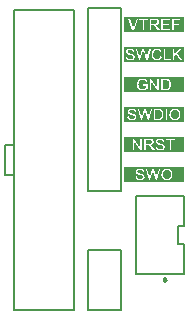
<source format=gto>
G04 Layer_Color=65535*
%FSLAX25Y25*%
%MOIN*%
G70*
G01*
G75*
%ADD10C,0.01000*%
%ADD21C,0.00600*%
G36*
X51500Y-52500D02*
X31500D01*
Y-47500D01*
X51500D01*
Y-52500D01*
D02*
G37*
G36*
Y-32500D02*
X31500D01*
Y-27500D01*
X51500D01*
Y-32500D01*
D02*
G37*
G36*
Y-22500D02*
X31500D01*
Y-17500D01*
X51500D01*
Y-22500D01*
D02*
G37*
G36*
Y-2500D02*
X31500D01*
Y2500D01*
X51500D01*
Y-2500D01*
D02*
G37*
G36*
Y-42500D02*
X31500D01*
Y-37500D01*
X51500D01*
Y-42500D01*
D02*
G37*
G36*
Y-12500D02*
X31500D01*
Y-7500D01*
X51500D01*
Y-12500D01*
D02*
G37*
%LPC*%
G36*
X36896Y-48013D02*
X36824D01*
X36680Y-48019D01*
X36552Y-48035D01*
X36430Y-48057D01*
X36325Y-48080D01*
X36241Y-48102D01*
X36202Y-48113D01*
X36175Y-48124D01*
X36153Y-48135D01*
X36136Y-48141D01*
X36125Y-48146D01*
X36119D01*
X36008Y-48202D01*
X35908Y-48263D01*
X35825Y-48329D01*
X35759Y-48390D01*
X35709Y-48446D01*
X35670Y-48490D01*
X35642Y-48524D01*
X35636Y-48529D01*
Y-48535D01*
X35581Y-48629D01*
X35542Y-48724D01*
X35514Y-48818D01*
X35498Y-48901D01*
X35487Y-48973D01*
X35476Y-49029D01*
Y-49051D01*
Y-49068D01*
Y-49073D01*
Y-49079D01*
X35481Y-49173D01*
X35498Y-49262D01*
X35520Y-49345D01*
X35542Y-49417D01*
X35564Y-49473D01*
X35587Y-49517D01*
X35603Y-49545D01*
X35609Y-49556D01*
X35664Y-49634D01*
X35731Y-49706D01*
X35797Y-49767D01*
X35864Y-49817D01*
X35919Y-49861D01*
X35969Y-49889D01*
X36003Y-49911D01*
X36008Y-49917D01*
X36014D01*
X36058Y-49939D01*
X36108Y-49961D01*
X36219Y-50000D01*
X36347Y-50039D01*
X36469Y-50078D01*
X36580Y-50111D01*
X36630Y-50122D01*
X36674Y-50133D01*
X36708Y-50144D01*
X36735Y-50150D01*
X36752Y-50155D01*
X36757D01*
X36852Y-50178D01*
X36941Y-50200D01*
X37018Y-50222D01*
X37085Y-50239D01*
X37152Y-50255D01*
X37207Y-50272D01*
X37257Y-50283D01*
X37296Y-50300D01*
X37335Y-50311D01*
X37363Y-50316D01*
X37407Y-50333D01*
X37435Y-50339D01*
X37440Y-50344D01*
X37523Y-50377D01*
X37596Y-50416D01*
X37657Y-50455D01*
X37701Y-50488D01*
X37740Y-50522D01*
X37762Y-50544D01*
X37779Y-50561D01*
X37784Y-50566D01*
X37823Y-50616D01*
X37851Y-50672D01*
X37868Y-50727D01*
X37884Y-50771D01*
X37890Y-50816D01*
X37895Y-50849D01*
Y-50877D01*
Y-50883D01*
X37890Y-50949D01*
X37879Y-51010D01*
X37862Y-51066D01*
X37840Y-51110D01*
X37818Y-51154D01*
X37801Y-51182D01*
X37790Y-51204D01*
X37784Y-51210D01*
X37740Y-51265D01*
X37684Y-51310D01*
X37629Y-51349D01*
X37579Y-51388D01*
X37529Y-51410D01*
X37490Y-51432D01*
X37462Y-51443D01*
X37451Y-51449D01*
X37368Y-51476D01*
X37279Y-51499D01*
X37190Y-51510D01*
X37113Y-51521D01*
X37046Y-51526D01*
X36991Y-51532D01*
X36941D01*
X36819Y-51526D01*
X36708Y-51515D01*
X36608Y-51499D01*
X36519Y-51476D01*
X36447Y-51454D01*
X36391Y-51437D01*
X36375Y-51432D01*
X36358Y-51426D01*
X36352Y-51421D01*
X36347D01*
X36258Y-51376D01*
X36175Y-51326D01*
X36114Y-51276D01*
X36058Y-51227D01*
X36014Y-51188D01*
X35986Y-51149D01*
X35969Y-51127D01*
X35964Y-51121D01*
X35925Y-51049D01*
X35886Y-50971D01*
X35864Y-50888D01*
X35842Y-50816D01*
X35825Y-50744D01*
X35814Y-50694D01*
Y-50672D01*
X35809Y-50655D01*
Y-50649D01*
Y-50644D01*
X35331Y-50688D01*
X35342Y-50827D01*
X35364Y-50960D01*
X35398Y-51077D01*
X35437Y-51182D01*
X35476Y-51265D01*
X35492Y-51299D01*
X35503Y-51326D01*
X35520Y-51349D01*
X35525Y-51365D01*
X35537Y-51376D01*
Y-51382D01*
X35620Y-51487D01*
X35709Y-51582D01*
X35803Y-51660D01*
X35892Y-51726D01*
X35969Y-51776D01*
X36036Y-51809D01*
X36058Y-51820D01*
X36075Y-51832D01*
X36086Y-51837D01*
X36092D01*
X36230Y-51887D01*
X36375Y-51926D01*
X36519Y-51948D01*
X36658Y-51970D01*
X36724Y-51976D01*
X36780Y-51981D01*
X36830D01*
X36874Y-51987D01*
X36963D01*
X37113Y-51981D01*
X37251Y-51965D01*
X37379Y-51937D01*
X37485Y-51909D01*
X37573Y-51887D01*
X37612Y-51870D01*
X37646Y-51859D01*
X37668Y-51848D01*
X37684Y-51843D01*
X37696Y-51837D01*
X37701D01*
X37818Y-51776D01*
X37918Y-51709D01*
X38006Y-51637D01*
X38078Y-51571D01*
X38134Y-51515D01*
X38173Y-51465D01*
X38201Y-51432D01*
X38206Y-51426D01*
Y-51421D01*
X38267Y-51315D01*
X38311Y-51215D01*
X38339Y-51121D01*
X38361Y-51032D01*
X38373Y-50955D01*
X38384Y-50893D01*
Y-50871D01*
Y-50855D01*
Y-50849D01*
Y-50844D01*
X38378Y-50733D01*
X38361Y-50627D01*
X38334Y-50533D01*
X38306Y-50455D01*
X38273Y-50388D01*
X38250Y-50339D01*
X38228Y-50311D01*
X38223Y-50300D01*
X38156Y-50216D01*
X38078Y-50139D01*
X37995Y-50072D01*
X37912Y-50011D01*
X37840Y-49967D01*
X37779Y-49933D01*
X37756Y-49922D01*
X37740Y-49911D01*
X37729Y-49906D01*
X37723D01*
X37679Y-49883D01*
X37623Y-49867D01*
X37562Y-49845D01*
X37496Y-49822D01*
X37357Y-49784D01*
X37213Y-49745D01*
X37146Y-49728D01*
X37085Y-49711D01*
X37024Y-49695D01*
X36974Y-49684D01*
X36935Y-49673D01*
X36902Y-49667D01*
X36880Y-49661D01*
X36874D01*
X36763Y-49634D01*
X36663Y-49611D01*
X36574Y-49584D01*
X36497Y-49562D01*
X36424Y-49534D01*
X36364Y-49512D01*
X36308Y-49489D01*
X36258Y-49473D01*
X36219Y-49450D01*
X36186Y-49434D01*
X36164Y-49423D01*
X36141Y-49406D01*
X36114Y-49389D01*
X36108Y-49384D01*
X36058Y-49328D01*
X36025Y-49273D01*
X35997Y-49218D01*
X35980Y-49162D01*
X35969Y-49117D01*
X35964Y-49079D01*
Y-49057D01*
Y-49045D01*
X35975Y-48957D01*
X35997Y-48879D01*
X36031Y-48812D01*
X36069Y-48751D01*
X36103Y-48707D01*
X36136Y-48668D01*
X36158Y-48646D01*
X36169Y-48640D01*
X36214Y-48612D01*
X36258Y-48585D01*
X36364Y-48540D01*
X36474Y-48513D01*
X36586Y-48490D01*
X36685Y-48479D01*
X36730Y-48474D01*
X36763Y-48468D01*
X36841D01*
X36996Y-48474D01*
X37135Y-48496D01*
X37246Y-48529D01*
X37340Y-48562D01*
X37412Y-48596D01*
X37468Y-48629D01*
X37496Y-48651D01*
X37507Y-48657D01*
X37584Y-48735D01*
X37646Y-48818D01*
X37696Y-48907D01*
X37729Y-48995D01*
X37751Y-49079D01*
X37768Y-49140D01*
X37773Y-49167D01*
X37779Y-49184D01*
Y-49195D01*
Y-49201D01*
X38267Y-49162D01*
X38256Y-49040D01*
X38228Y-48929D01*
X38201Y-48823D01*
X38162Y-48735D01*
X38128Y-48662D01*
X38101Y-48607D01*
X38089Y-48590D01*
X38078Y-48574D01*
X38073Y-48568D01*
Y-48562D01*
X38001Y-48468D01*
X37923Y-48385D01*
X37840Y-48313D01*
X37756Y-48257D01*
X37684Y-48207D01*
X37629Y-48180D01*
X37607Y-48169D01*
X37590Y-48157D01*
X37579Y-48152D01*
X37573D01*
X37451Y-48107D01*
X37318Y-48074D01*
X37196Y-48046D01*
X37079Y-48030D01*
X36974Y-48019D01*
X36935D01*
X36896Y-48013D01*
D02*
G37*
G36*
X43673Y-48080D02*
X43157D01*
X42557Y-50550D01*
X42513Y-50722D01*
X42480Y-50877D01*
X42446Y-51021D01*
X42419Y-51143D01*
X42402Y-51199D01*
X42396Y-51249D01*
X42385Y-51288D01*
X42380Y-51321D01*
X42369Y-51349D01*
Y-51371D01*
X42363Y-51382D01*
Y-51388D01*
X42324Y-51143D01*
X42274Y-50905D01*
X42224Y-50677D01*
X42202Y-50572D01*
X42174Y-50466D01*
X42152Y-50372D01*
X42130Y-50289D01*
X42108Y-50216D01*
X42091Y-50150D01*
X42080Y-50100D01*
X42069Y-50061D01*
X42058Y-50033D01*
Y-50028D01*
X41514Y-48080D01*
X40898D01*
X40171Y-50677D01*
X40165Y-50699D01*
X40154Y-50733D01*
X40143Y-50777D01*
X40132Y-50827D01*
X40115Y-50883D01*
X40104Y-50943D01*
X40071Y-51066D01*
X40043Y-51188D01*
X40027Y-51243D01*
X40015Y-51288D01*
X40010Y-51332D01*
X39999Y-51360D01*
X39993Y-51382D01*
Y-51388D01*
X39965Y-51243D01*
X39938Y-51099D01*
X39910Y-50966D01*
X39882Y-50849D01*
X39871Y-50794D01*
X39860Y-50744D01*
X39849Y-50705D01*
X39843Y-50666D01*
X39838Y-50638D01*
X39832Y-50616D01*
X39827Y-50605D01*
Y-50599D01*
X39255Y-48080D01*
X38728D01*
X39732Y-51920D01*
X40265D01*
X41075Y-48995D01*
X41098Y-48923D01*
X41114Y-48846D01*
X41137Y-48768D01*
X41153Y-48701D01*
X41170Y-48640D01*
X41181Y-48590D01*
X41186Y-48557D01*
X41192Y-48551D01*
Y-48546D01*
X41197Y-48562D01*
X41203Y-48590D01*
X41220Y-48651D01*
X41242Y-48724D01*
X41264Y-48801D01*
X41281Y-48873D01*
X41297Y-48934D01*
X41303Y-48962D01*
X41309Y-48979D01*
X41314Y-48990D01*
Y-48995D01*
X42119Y-51920D01*
X42618D01*
X43673Y-48080D01*
D02*
G37*
G36*
X45882Y-48013D02*
X45832D01*
X45682Y-48019D01*
X45543Y-48035D01*
X45410Y-48063D01*
X45282Y-48096D01*
X45166Y-48141D01*
X45055Y-48185D01*
X44955Y-48235D01*
X44866Y-48285D01*
X44783Y-48335D01*
X44711Y-48385D01*
X44650Y-48429D01*
X44600Y-48474D01*
X44561Y-48507D01*
X44528Y-48535D01*
X44511Y-48551D01*
X44505Y-48557D01*
X44416Y-48662D01*
X44339Y-48774D01*
X44267Y-48895D01*
X44211Y-49018D01*
X44161Y-49145D01*
X44117Y-49267D01*
X44083Y-49389D01*
X44061Y-49506D01*
X44039Y-49617D01*
X44023Y-49722D01*
X44011Y-49817D01*
X44000Y-49894D01*
Y-49961D01*
X43995Y-50011D01*
Y-50044D01*
Y-50050D01*
Y-50055D01*
X44006Y-50244D01*
X44028Y-50416D01*
X44061Y-50583D01*
X44083Y-50655D01*
X44106Y-50727D01*
X44122Y-50788D01*
X44145Y-50844D01*
X44161Y-50893D01*
X44178Y-50938D01*
X44189Y-50971D01*
X44200Y-50994D01*
X44211Y-51010D01*
Y-51016D01*
X44306Y-51177D01*
X44405Y-51315D01*
X44516Y-51437D01*
X44622Y-51537D01*
X44716Y-51621D01*
X44755Y-51654D01*
X44788Y-51676D01*
X44822Y-51698D01*
X44844Y-51715D01*
X44855Y-51720D01*
X44861Y-51726D01*
X44944Y-51771D01*
X45027Y-51809D01*
X45193Y-51876D01*
X45355Y-51920D01*
X45504Y-51954D01*
X45577Y-51965D01*
X45638Y-51970D01*
X45693Y-51981D01*
X45743D01*
X45776Y-51987D01*
X45832D01*
X46015Y-51976D01*
X46187Y-51948D01*
X46348Y-51915D01*
X46420Y-51893D01*
X46487Y-51870D01*
X46548Y-51848D01*
X46603Y-51826D01*
X46648Y-51809D01*
X46687Y-51793D01*
X46720Y-51776D01*
X46747Y-51765D01*
X46759Y-51754D01*
X46764D01*
X46920Y-51654D01*
X47053Y-51543D01*
X47164Y-51426D01*
X47258Y-51315D01*
X47336Y-51210D01*
X47364Y-51171D01*
X47386Y-51132D01*
X47408Y-51099D01*
X47419Y-51077D01*
X47430Y-51060D01*
Y-51055D01*
X47475Y-50966D01*
X47508Y-50877D01*
X47569Y-50699D01*
X47613Y-50522D01*
X47641Y-50361D01*
X47647Y-50289D01*
X47658Y-50222D01*
X47663Y-50161D01*
Y-50111D01*
X47669Y-50067D01*
Y-50039D01*
Y-50017D01*
Y-50011D01*
X47658Y-49800D01*
X47635Y-49606D01*
X47619Y-49517D01*
X47597Y-49428D01*
X47574Y-49351D01*
X47558Y-49279D01*
X47536Y-49212D01*
X47513Y-49151D01*
X47497Y-49101D01*
X47475Y-49057D01*
X47464Y-49023D01*
X47452Y-49001D01*
X47441Y-48984D01*
Y-48979D01*
X47352Y-48818D01*
X47247Y-48674D01*
X47136Y-48551D01*
X47036Y-48452D01*
X46942Y-48374D01*
X46897Y-48341D01*
X46864Y-48313D01*
X46831Y-48296D01*
X46809Y-48280D01*
X46797Y-48274D01*
X46792Y-48268D01*
X46709Y-48224D01*
X46625Y-48185D01*
X46464Y-48118D01*
X46298Y-48074D01*
X46154Y-48046D01*
X46087Y-48035D01*
X46020Y-48024D01*
X45970Y-48019D01*
X45921D01*
X45882Y-48013D01*
D02*
G37*
%LPD*%
G36*
X45970Y-48457D02*
X46104Y-48479D01*
X46220Y-48513D01*
X46320Y-48546D01*
X46403Y-48585D01*
X46437Y-48601D01*
X46464Y-48612D01*
X46492Y-48629D01*
X46509Y-48635D01*
X46514Y-48646D01*
X46520D01*
X46625Y-48724D01*
X46720Y-48812D01*
X46803Y-48901D01*
X46870Y-48990D01*
X46920Y-49068D01*
X46958Y-49134D01*
X46970Y-49156D01*
X46981Y-49173D01*
X46986Y-49184D01*
Y-49190D01*
X47042Y-49323D01*
X47080Y-49467D01*
X47108Y-49600D01*
X47125Y-49728D01*
X47136Y-49789D01*
X47142Y-49839D01*
Y-49889D01*
X47147Y-49928D01*
Y-49961D01*
Y-49983D01*
Y-50000D01*
Y-50006D01*
X47142Y-50139D01*
X47131Y-50266D01*
X47114Y-50388D01*
X47092Y-50499D01*
X47058Y-50599D01*
X47031Y-50694D01*
X46997Y-50783D01*
X46964Y-50860D01*
X46925Y-50927D01*
X46892Y-50988D01*
X46864Y-51038D01*
X46836Y-51077D01*
X46809Y-51110D01*
X46792Y-51138D01*
X46781Y-51149D01*
X46775Y-51154D01*
X46703Y-51227D01*
X46625Y-51288D01*
X46548Y-51337D01*
X46470Y-51388D01*
X46392Y-51426D01*
X46309Y-51454D01*
X46237Y-51482D01*
X46159Y-51504D01*
X46093Y-51521D01*
X46026Y-51532D01*
X45970Y-51543D01*
X45921Y-51548D01*
X45882D01*
X45854Y-51554D01*
X45826D01*
X45721Y-51548D01*
X45621Y-51537D01*
X45532Y-51515D01*
X45443Y-51493D01*
X45360Y-51460D01*
X45282Y-51426D01*
X45210Y-51393D01*
X45144Y-51354D01*
X45088Y-51315D01*
X45038Y-51282D01*
X44994Y-51249D01*
X44955Y-51215D01*
X44927Y-51193D01*
X44905Y-51171D01*
X44894Y-51160D01*
X44888Y-51154D01*
X44822Y-51077D01*
X44766Y-50994D01*
X44716Y-50905D01*
X44672Y-50816D01*
X44638Y-50722D01*
X44605Y-50633D01*
X44561Y-50455D01*
X44550Y-50377D01*
X44539Y-50300D01*
X44528Y-50233D01*
X44522Y-50178D01*
X44516Y-50128D01*
Y-50089D01*
Y-50067D01*
Y-50061D01*
X44522Y-49906D01*
X44533Y-49761D01*
X44550Y-49623D01*
X44578Y-49501D01*
X44605Y-49389D01*
X44638Y-49290D01*
X44677Y-49195D01*
X44711Y-49117D01*
X44750Y-49045D01*
X44783Y-48984D01*
X44816Y-48934D01*
X44844Y-48895D01*
X44872Y-48862D01*
X44888Y-48840D01*
X44899Y-48829D01*
X44905Y-48823D01*
X44977Y-48757D01*
X45055Y-48701D01*
X45132Y-48651D01*
X45216Y-48607D01*
X45293Y-48574D01*
X45371Y-48540D01*
X45515Y-48496D01*
X45582Y-48485D01*
X45643Y-48474D01*
X45693Y-48463D01*
X45743Y-48457D01*
X45782Y-48452D01*
X45832D01*
X45970Y-48457D01*
D02*
G37*
%LPC*%
G36*
X34213Y-28013D02*
X34141D01*
X33996Y-28019D01*
X33869Y-28035D01*
X33747Y-28058D01*
X33641Y-28080D01*
X33558Y-28102D01*
X33519Y-28113D01*
X33491Y-28124D01*
X33469Y-28135D01*
X33452Y-28141D01*
X33441Y-28146D01*
X33436D01*
X33325Y-28202D01*
X33225Y-28263D01*
X33142Y-28330D01*
X33075Y-28390D01*
X33025Y-28446D01*
X32986Y-28490D01*
X32959Y-28524D01*
X32953Y-28529D01*
Y-28535D01*
X32897Y-28629D01*
X32859Y-28723D01*
X32831Y-28818D01*
X32814Y-28901D01*
X32803Y-28973D01*
X32792Y-29029D01*
Y-29051D01*
Y-29068D01*
Y-29073D01*
Y-29079D01*
X32798Y-29173D01*
X32814Y-29262D01*
X32836Y-29345D01*
X32859Y-29417D01*
X32881Y-29473D01*
X32903Y-29517D01*
X32920Y-29545D01*
X32925Y-29556D01*
X32981Y-29634D01*
X33047Y-29706D01*
X33114Y-29767D01*
X33180Y-29817D01*
X33236Y-29861D01*
X33286Y-29889D01*
X33319Y-29911D01*
X33325Y-29917D01*
X33330D01*
X33375Y-29939D01*
X33425Y-29961D01*
X33536Y-30000D01*
X33663Y-30039D01*
X33786Y-30078D01*
X33896Y-30111D01*
X33946Y-30122D01*
X33991Y-30133D01*
X34024Y-30144D01*
X34052Y-30150D01*
X34069Y-30155D01*
X34074D01*
X34168Y-30178D01*
X34257Y-30200D01*
X34335Y-30222D01*
X34402Y-30239D01*
X34468Y-30255D01*
X34524Y-30272D01*
X34574Y-30283D01*
X34613Y-30300D01*
X34651Y-30311D01*
X34679Y-30316D01*
X34723Y-30333D01*
X34751Y-30338D01*
X34757Y-30344D01*
X34840Y-30377D01*
X34912Y-30416D01*
X34973Y-30455D01*
X35018Y-30488D01*
X35056Y-30522D01*
X35079Y-30544D01*
X35095Y-30561D01*
X35101Y-30566D01*
X35140Y-30616D01*
X35168Y-30672D01*
X35184Y-30727D01*
X35201Y-30771D01*
X35206Y-30816D01*
X35212Y-30849D01*
Y-30877D01*
Y-30882D01*
X35206Y-30949D01*
X35195Y-31010D01*
X35179Y-31066D01*
X35156Y-31110D01*
X35134Y-31154D01*
X35118Y-31182D01*
X35106Y-31204D01*
X35101Y-31210D01*
X35056Y-31265D01*
X35001Y-31310D01*
X34945Y-31349D01*
X34896Y-31387D01*
X34846Y-31410D01*
X34807Y-31432D01*
X34779Y-31443D01*
X34768Y-31449D01*
X34685Y-31476D01*
X34596Y-31499D01*
X34507Y-31510D01*
X34429Y-31521D01*
X34363Y-31526D01*
X34307Y-31532D01*
X34257D01*
X34135Y-31526D01*
X34024Y-31515D01*
X33924Y-31499D01*
X33835Y-31476D01*
X33763Y-31454D01*
X33708Y-31438D01*
X33691Y-31432D01*
X33674Y-31426D01*
X33669Y-31421D01*
X33663D01*
X33575Y-31376D01*
X33491Y-31326D01*
X33430Y-31277D01*
X33375Y-31227D01*
X33330Y-31188D01*
X33303Y-31149D01*
X33286Y-31127D01*
X33281Y-31121D01*
X33242Y-31049D01*
X33203Y-30971D01*
X33180Y-30888D01*
X33158Y-30816D01*
X33142Y-30744D01*
X33131Y-30694D01*
Y-30672D01*
X33125Y-30655D01*
Y-30649D01*
Y-30644D01*
X32648Y-30688D01*
X32659Y-30827D01*
X32681Y-30960D01*
X32714Y-31077D01*
X32753Y-31182D01*
X32792Y-31265D01*
X32809Y-31299D01*
X32820Y-31326D01*
X32836Y-31349D01*
X32842Y-31365D01*
X32853Y-31376D01*
Y-31382D01*
X32936Y-31487D01*
X33025Y-31582D01*
X33119Y-31659D01*
X33208Y-31726D01*
X33286Y-31776D01*
X33353Y-31809D01*
X33375Y-31820D01*
X33391Y-31831D01*
X33403Y-31837D01*
X33408D01*
X33547Y-31887D01*
X33691Y-31926D01*
X33835Y-31948D01*
X33974Y-31970D01*
X34041Y-31976D01*
X34096Y-31981D01*
X34146D01*
X34191Y-31987D01*
X34280D01*
X34429Y-31981D01*
X34568Y-31965D01*
X34696Y-31937D01*
X34801Y-31909D01*
X34890Y-31887D01*
X34929Y-31870D01*
X34962Y-31859D01*
X34984Y-31848D01*
X35001Y-31843D01*
X35012Y-31837D01*
X35018D01*
X35134Y-31776D01*
X35234Y-31709D01*
X35323Y-31637D01*
X35395Y-31571D01*
X35451Y-31515D01*
X35489Y-31465D01*
X35517Y-31432D01*
X35523Y-31426D01*
Y-31421D01*
X35584Y-31315D01*
X35628Y-31215D01*
X35656Y-31121D01*
X35678Y-31032D01*
X35689Y-30955D01*
X35700Y-30893D01*
Y-30871D01*
Y-30855D01*
Y-30849D01*
Y-30844D01*
X35695Y-30733D01*
X35678Y-30627D01*
X35650Y-30533D01*
X35623Y-30455D01*
X35589Y-30389D01*
X35567Y-30338D01*
X35545Y-30311D01*
X35539Y-30300D01*
X35473Y-30216D01*
X35395Y-30139D01*
X35312Y-30072D01*
X35228Y-30011D01*
X35156Y-29967D01*
X35095Y-29933D01*
X35073Y-29922D01*
X35056Y-29911D01*
X35045Y-29906D01*
X35040D01*
X34995Y-29883D01*
X34940Y-29867D01*
X34879Y-29845D01*
X34812Y-29822D01*
X34674Y-29784D01*
X34529Y-29745D01*
X34463Y-29728D01*
X34402Y-29711D01*
X34341Y-29695D01*
X34291Y-29684D01*
X34252Y-29673D01*
X34218Y-29667D01*
X34196Y-29662D01*
X34191D01*
X34080Y-29634D01*
X33980Y-29612D01*
X33891Y-29584D01*
X33813Y-29561D01*
X33741Y-29534D01*
X33680Y-29512D01*
X33625Y-29489D01*
X33575Y-29473D01*
X33536Y-29451D01*
X33502Y-29434D01*
X33480Y-29423D01*
X33458Y-29406D01*
X33430Y-29390D01*
X33425Y-29384D01*
X33375Y-29328D01*
X33342Y-29273D01*
X33314Y-29217D01*
X33297Y-29162D01*
X33286Y-29118D01*
X33281Y-29079D01*
Y-29057D01*
Y-29045D01*
X33292Y-28957D01*
X33314Y-28879D01*
X33347Y-28812D01*
X33386Y-28751D01*
X33419Y-28707D01*
X33452Y-28668D01*
X33475Y-28646D01*
X33486Y-28640D01*
X33530Y-28613D01*
X33575Y-28585D01*
X33680Y-28540D01*
X33791Y-28513D01*
X33902Y-28490D01*
X34002Y-28479D01*
X34046Y-28474D01*
X34080Y-28468D01*
X34157D01*
X34313Y-28474D01*
X34451Y-28496D01*
X34563Y-28529D01*
X34657Y-28563D01*
X34729Y-28596D01*
X34784Y-28629D01*
X34812Y-28651D01*
X34823Y-28657D01*
X34901Y-28735D01*
X34962Y-28818D01*
X35012Y-28907D01*
X35045Y-28995D01*
X35067Y-29079D01*
X35084Y-29140D01*
X35090Y-29168D01*
X35095Y-29184D01*
Y-29195D01*
Y-29201D01*
X35584Y-29162D01*
X35573Y-29040D01*
X35545Y-28929D01*
X35517Y-28823D01*
X35478Y-28735D01*
X35445Y-28662D01*
X35417Y-28607D01*
X35406Y-28590D01*
X35395Y-28574D01*
X35389Y-28568D01*
Y-28563D01*
X35317Y-28468D01*
X35240Y-28385D01*
X35156Y-28313D01*
X35073Y-28257D01*
X35001Y-28207D01*
X34945Y-28180D01*
X34923Y-28168D01*
X34907Y-28157D01*
X34896Y-28152D01*
X34890D01*
X34768Y-28108D01*
X34635Y-28074D01*
X34512Y-28046D01*
X34396Y-28030D01*
X34291Y-28019D01*
X34252D01*
X34213Y-28013D01*
D02*
G37*
G36*
X40989Y-28080D02*
X40473D01*
X39874Y-30549D01*
X39829Y-30722D01*
X39796Y-30877D01*
X39763Y-31021D01*
X39735Y-31143D01*
X39718Y-31199D01*
X39713Y-31249D01*
X39702Y-31288D01*
X39696Y-31321D01*
X39685Y-31349D01*
Y-31371D01*
X39680Y-31382D01*
Y-31387D01*
X39641Y-31143D01*
X39591Y-30905D01*
X39541Y-30677D01*
X39519Y-30572D01*
X39491Y-30466D01*
X39469Y-30372D01*
X39446Y-30289D01*
X39424Y-30216D01*
X39408Y-30150D01*
X39397Y-30100D01*
X39385Y-30061D01*
X39374Y-30033D01*
Y-30028D01*
X38831Y-28080D01*
X38214D01*
X37487Y-30677D01*
X37482Y-30699D01*
X37471Y-30733D01*
X37460Y-30777D01*
X37448Y-30827D01*
X37432Y-30882D01*
X37421Y-30944D01*
X37387Y-31066D01*
X37360Y-31188D01*
X37343Y-31243D01*
X37332Y-31288D01*
X37326Y-31332D01*
X37315Y-31360D01*
X37310Y-31382D01*
Y-31387D01*
X37282Y-31243D01*
X37254Y-31099D01*
X37227Y-30966D01*
X37199Y-30849D01*
X37188Y-30794D01*
X37176Y-30744D01*
X37165Y-30705D01*
X37160Y-30666D01*
X37154Y-30638D01*
X37149Y-30616D01*
X37143Y-30605D01*
Y-30599D01*
X36572Y-28080D01*
X36044D01*
X37049Y-31920D01*
X37582D01*
X38392Y-28995D01*
X38414Y-28923D01*
X38431Y-28846D01*
X38453Y-28768D01*
X38470Y-28701D01*
X38486Y-28640D01*
X38497Y-28590D01*
X38503Y-28557D01*
X38509Y-28551D01*
Y-28546D01*
X38514Y-28563D01*
X38520Y-28590D01*
X38536Y-28651D01*
X38559Y-28723D01*
X38581Y-28801D01*
X38597Y-28873D01*
X38614Y-28934D01*
X38620Y-28962D01*
X38625Y-28979D01*
X38631Y-28990D01*
Y-28995D01*
X39435Y-31920D01*
X39935D01*
X40989Y-28080D01*
D02*
G37*
G36*
X48565Y-28013D02*
X48515D01*
X48365Y-28019D01*
X48227Y-28035D01*
X48093Y-28063D01*
X47966Y-28096D01*
X47849Y-28141D01*
X47738Y-28185D01*
X47638Y-28235D01*
X47550Y-28285D01*
X47466Y-28335D01*
X47394Y-28385D01*
X47333Y-28429D01*
X47283Y-28474D01*
X47244Y-28507D01*
X47211Y-28535D01*
X47194Y-28551D01*
X47189Y-28557D01*
X47100Y-28662D01*
X47022Y-28773D01*
X46950Y-28896D01*
X46895Y-29018D01*
X46845Y-29145D01*
X46800Y-29267D01*
X46767Y-29390D01*
X46745Y-29506D01*
X46723Y-29617D01*
X46706Y-29722D01*
X46695Y-29817D01*
X46684Y-29895D01*
Y-29961D01*
X46678Y-30011D01*
Y-30044D01*
Y-30050D01*
Y-30055D01*
X46689Y-30244D01*
X46712Y-30416D01*
X46745Y-30583D01*
X46767Y-30655D01*
X46789Y-30727D01*
X46806Y-30788D01*
X46828Y-30844D01*
X46845Y-30893D01*
X46861Y-30938D01*
X46872Y-30971D01*
X46883Y-30994D01*
X46895Y-31010D01*
Y-31016D01*
X46989Y-31177D01*
X47089Y-31315D01*
X47200Y-31438D01*
X47305Y-31537D01*
X47400Y-31621D01*
X47438Y-31654D01*
X47472Y-31676D01*
X47505Y-31698D01*
X47527Y-31715D01*
X47538Y-31721D01*
X47544Y-31726D01*
X47627Y-31770D01*
X47710Y-31809D01*
X47877Y-31876D01*
X48038Y-31920D01*
X48188Y-31954D01*
X48260Y-31965D01*
X48321Y-31970D01*
X48376Y-31981D01*
X48426D01*
X48460Y-31987D01*
X48515D01*
X48698Y-31976D01*
X48870Y-31948D01*
X49031Y-31915D01*
X49104Y-31892D01*
X49170Y-31870D01*
X49231Y-31848D01*
X49287Y-31826D01*
X49331Y-31809D01*
X49370Y-31793D01*
X49403Y-31776D01*
X49431Y-31765D01*
X49442Y-31754D01*
X49448D01*
X49603Y-31654D01*
X49736Y-31543D01*
X49847Y-31426D01*
X49942Y-31315D01*
X50019Y-31210D01*
X50047Y-31171D01*
X50069Y-31132D01*
X50091Y-31099D01*
X50103Y-31077D01*
X50114Y-31060D01*
Y-31054D01*
X50158Y-30966D01*
X50191Y-30877D01*
X50252Y-30699D01*
X50297Y-30522D01*
X50324Y-30361D01*
X50330Y-30289D01*
X50341Y-30222D01*
X50347Y-30161D01*
Y-30111D01*
X50352Y-30067D01*
Y-30039D01*
Y-30017D01*
Y-30011D01*
X50341Y-29800D01*
X50319Y-29606D01*
X50302Y-29517D01*
X50280Y-29428D01*
X50258Y-29351D01*
X50241Y-29278D01*
X50219Y-29212D01*
X50197Y-29151D01*
X50180Y-29101D01*
X50158Y-29057D01*
X50147Y-29023D01*
X50136Y-29001D01*
X50125Y-28984D01*
Y-28979D01*
X50036Y-28818D01*
X49931Y-28674D01*
X49819Y-28551D01*
X49720Y-28451D01*
X49625Y-28374D01*
X49581Y-28341D01*
X49547Y-28313D01*
X49514Y-28296D01*
X49492Y-28280D01*
X49481Y-28274D01*
X49475Y-28268D01*
X49392Y-28224D01*
X49309Y-28185D01*
X49148Y-28119D01*
X48981Y-28074D01*
X48837Y-28046D01*
X48770Y-28035D01*
X48704Y-28024D01*
X48654Y-28019D01*
X48604D01*
X48565Y-28013D01*
D02*
G37*
G36*
X42943Y-28080D02*
X41467D01*
Y-31920D01*
X42849D01*
X42976Y-31915D01*
X43093Y-31909D01*
X43198Y-31898D01*
X43287Y-31887D01*
X43365Y-31876D01*
X43420Y-31870D01*
X43437Y-31865D01*
X43454Y-31859D01*
X43465D01*
X43565Y-31831D01*
X43653Y-31798D01*
X43731Y-31770D01*
X43798Y-31737D01*
X43853Y-31709D01*
X43892Y-31687D01*
X43914Y-31670D01*
X43925Y-31665D01*
X43997Y-31615D01*
X44059Y-31554D01*
X44120Y-31499D01*
X44170Y-31443D01*
X44214Y-31393D01*
X44247Y-31354D01*
X44269Y-31326D01*
X44275Y-31315D01*
X44330Y-31227D01*
X44386Y-31132D01*
X44430Y-31043D01*
X44464Y-30955D01*
X44497Y-30877D01*
X44519Y-30816D01*
X44525Y-30794D01*
X44530Y-30777D01*
X44536Y-30766D01*
Y-30760D01*
X44569Y-30627D01*
X44597Y-30494D01*
X44614Y-30366D01*
X44630Y-30244D01*
X44636Y-30139D01*
Y-30094D01*
X44641Y-30055D01*
Y-30028D01*
Y-30000D01*
Y-29989D01*
Y-29983D01*
X44636Y-29795D01*
X44619Y-29623D01*
X44591Y-29467D01*
X44580Y-29395D01*
X44564Y-29334D01*
X44547Y-29273D01*
X44536Y-29223D01*
X44525Y-29179D01*
X44508Y-29140D01*
X44503Y-29107D01*
X44491Y-29084D01*
X44486Y-29073D01*
Y-29068D01*
X44425Y-28923D01*
X44353Y-28796D01*
X44275Y-28685D01*
X44203Y-28590D01*
X44136Y-28513D01*
X44081Y-28457D01*
X44059Y-28440D01*
X44042Y-28424D01*
X44036Y-28418D01*
X44031Y-28413D01*
X43942Y-28341D01*
X43848Y-28285D01*
X43753Y-28235D01*
X43665Y-28196D01*
X43587Y-28168D01*
X43526Y-28152D01*
X43504Y-28141D01*
X43487D01*
X43476Y-28135D01*
X43470D01*
X43376Y-28119D01*
X43265Y-28102D01*
X43154Y-28091D01*
X43043Y-28085D01*
X42943Y-28080D01*
D02*
G37*
G36*
X45934D02*
X45424D01*
Y-31920D01*
X45934D01*
Y-28080D01*
D02*
G37*
%LPD*%
G36*
X48654Y-28457D02*
X48787Y-28479D01*
X48904Y-28513D01*
X49004Y-28546D01*
X49087Y-28585D01*
X49120Y-28601D01*
X49148Y-28613D01*
X49176Y-28629D01*
X49192Y-28635D01*
X49198Y-28646D01*
X49203D01*
X49309Y-28723D01*
X49403Y-28812D01*
X49487Y-28901D01*
X49553Y-28990D01*
X49603Y-29068D01*
X49642Y-29134D01*
X49653Y-29156D01*
X49664Y-29173D01*
X49670Y-29184D01*
Y-29190D01*
X49725Y-29323D01*
X49764Y-29467D01*
X49792Y-29600D01*
X49808Y-29728D01*
X49819Y-29789D01*
X49825Y-29839D01*
Y-29889D01*
X49830Y-29928D01*
Y-29961D01*
Y-29983D01*
Y-30000D01*
Y-30005D01*
X49825Y-30139D01*
X49814Y-30266D01*
X49797Y-30389D01*
X49775Y-30500D01*
X49742Y-30599D01*
X49714Y-30694D01*
X49681Y-30782D01*
X49647Y-30860D01*
X49609Y-30927D01*
X49575Y-30988D01*
X49547Y-31038D01*
X49520Y-31077D01*
X49492Y-31110D01*
X49475Y-31138D01*
X49464Y-31149D01*
X49459Y-31154D01*
X49387Y-31227D01*
X49309Y-31288D01*
X49231Y-31337D01*
X49153Y-31387D01*
X49076Y-31426D01*
X48992Y-31454D01*
X48920Y-31482D01*
X48843Y-31504D01*
X48776Y-31521D01*
X48709Y-31532D01*
X48654Y-31543D01*
X48604Y-31549D01*
X48565D01*
X48537Y-31554D01*
X48510D01*
X48404Y-31549D01*
X48304Y-31537D01*
X48215Y-31515D01*
X48127Y-31493D01*
X48044Y-31460D01*
X47966Y-31426D01*
X47894Y-31393D01*
X47827Y-31354D01*
X47771Y-31315D01*
X47722Y-31282D01*
X47677Y-31249D01*
X47638Y-31215D01*
X47611Y-31193D01*
X47588Y-31171D01*
X47577Y-31160D01*
X47572Y-31154D01*
X47505Y-31077D01*
X47450Y-30994D01*
X47400Y-30905D01*
X47355Y-30816D01*
X47322Y-30722D01*
X47289Y-30633D01*
X47244Y-30455D01*
X47233Y-30377D01*
X47222Y-30300D01*
X47211Y-30233D01*
X47205Y-30178D01*
X47200Y-30128D01*
Y-30089D01*
Y-30067D01*
Y-30061D01*
X47205Y-29906D01*
X47216Y-29761D01*
X47233Y-29623D01*
X47261Y-29500D01*
X47289Y-29390D01*
X47322Y-29290D01*
X47361Y-29195D01*
X47394Y-29118D01*
X47433Y-29045D01*
X47466Y-28984D01*
X47499Y-28934D01*
X47527Y-28896D01*
X47555Y-28862D01*
X47572Y-28840D01*
X47583Y-28829D01*
X47588Y-28823D01*
X47660Y-28757D01*
X47738Y-28701D01*
X47816Y-28651D01*
X47899Y-28607D01*
X47977Y-28574D01*
X48055Y-28540D01*
X48199Y-28496D01*
X48265Y-28485D01*
X48327Y-28474D01*
X48376Y-28463D01*
X48426Y-28457D01*
X48465Y-28451D01*
X48515D01*
X48654Y-28457D01*
D02*
G37*
G36*
X42937Y-28540D02*
X43010D01*
X43076Y-28546D01*
X43187Y-28563D01*
X43276Y-28574D01*
X43348Y-28590D01*
X43398Y-28607D01*
X43426Y-28613D01*
X43437Y-28618D01*
X43537Y-28668D01*
X43631Y-28729D01*
X43714Y-28801D01*
X43787Y-28873D01*
X43842Y-28940D01*
X43887Y-28995D01*
X43898Y-29018D01*
X43909Y-29034D01*
X43920Y-29045D01*
Y-29051D01*
X43953Y-29112D01*
X43986Y-29184D01*
X44036Y-29328D01*
X44070Y-29484D01*
X44097Y-29634D01*
X44103Y-29700D01*
X44109Y-29767D01*
X44114Y-29822D01*
Y-29872D01*
X44120Y-29917D01*
Y-29945D01*
Y-29967D01*
Y-29972D01*
X44114Y-30128D01*
X44103Y-30272D01*
X44086Y-30400D01*
X44070Y-30511D01*
X44059Y-30555D01*
X44047Y-30594D01*
X44036Y-30633D01*
X44031Y-30660D01*
X44025Y-30683D01*
X44020Y-30699D01*
X44014Y-30710D01*
Y-30716D01*
X43975Y-30821D01*
X43931Y-30916D01*
X43881Y-30999D01*
X43837Y-31071D01*
X43798Y-31127D01*
X43764Y-31166D01*
X43742Y-31188D01*
X43737Y-31199D01*
X43681Y-31243D01*
X43626Y-31282D01*
X43570Y-31315D01*
X43515Y-31349D01*
X43465Y-31371D01*
X43426Y-31387D01*
X43398Y-31393D01*
X43387Y-31399D01*
X43304Y-31421D01*
X43204Y-31438D01*
X43104Y-31449D01*
X43010Y-31454D01*
X42926Y-31460D01*
X42887Y-31465D01*
X41977D01*
Y-28535D01*
X42865D01*
X42937Y-28540D01*
D02*
G37*
%LPC*%
G36*
X43148Y-18080D02*
X42660D01*
Y-21099D01*
X40645Y-18080D01*
X40124D01*
Y-21920D01*
X40612D01*
Y-18907D01*
X42621Y-21920D01*
X43148D01*
Y-18080D01*
D02*
G37*
G36*
X45479D02*
X44003D01*
Y-21920D01*
X45385D01*
X45513Y-21915D01*
X45629Y-21909D01*
X45735Y-21898D01*
X45823Y-21887D01*
X45901Y-21876D01*
X45957Y-21870D01*
X45973Y-21865D01*
X45990Y-21859D01*
X46001D01*
X46101Y-21832D01*
X46190Y-21798D01*
X46268Y-21770D01*
X46334Y-21737D01*
X46390Y-21709D01*
X46428Y-21687D01*
X46451Y-21671D01*
X46462Y-21665D01*
X46534Y-21615D01*
X46595Y-21554D01*
X46656Y-21498D01*
X46706Y-21443D01*
X46750Y-21393D01*
X46784Y-21354D01*
X46806Y-21326D01*
X46811Y-21315D01*
X46867Y-21227D01*
X46922Y-21132D01*
X46967Y-21043D01*
X47000Y-20955D01*
X47033Y-20877D01*
X47056Y-20816D01*
X47061Y-20794D01*
X47067Y-20777D01*
X47072Y-20766D01*
Y-20760D01*
X47106Y-20627D01*
X47133Y-20494D01*
X47150Y-20366D01*
X47167Y-20244D01*
X47172Y-20139D01*
Y-20094D01*
X47178Y-20055D01*
Y-20028D01*
Y-20000D01*
Y-19989D01*
Y-19983D01*
X47172Y-19795D01*
X47155Y-19623D01*
X47128Y-19467D01*
X47117Y-19395D01*
X47100Y-19334D01*
X47083Y-19273D01*
X47072Y-19223D01*
X47061Y-19179D01*
X47045Y-19140D01*
X47039Y-19106D01*
X47028Y-19084D01*
X47022Y-19073D01*
Y-19068D01*
X46961Y-18923D01*
X46889Y-18796D01*
X46811Y-18685D01*
X46739Y-18590D01*
X46673Y-18513D01*
X46617Y-18457D01*
X46595Y-18440D01*
X46578Y-18424D01*
X46573Y-18418D01*
X46567Y-18413D01*
X46478Y-18340D01*
X46384Y-18285D01*
X46290Y-18235D01*
X46201Y-18196D01*
X46123Y-18169D01*
X46062Y-18152D01*
X46040Y-18141D01*
X46023D01*
X46012Y-18135D01*
X46007D01*
X45912Y-18119D01*
X45801Y-18102D01*
X45690Y-18091D01*
X45579Y-18085D01*
X45479Y-18080D01*
D02*
G37*
G36*
X37815Y-18013D02*
X37637D01*
X37537Y-18024D01*
X37343Y-18052D01*
X37254Y-18069D01*
X37171Y-18091D01*
X37093Y-18108D01*
X37021Y-18130D01*
X36955Y-18152D01*
X36899Y-18174D01*
X36849Y-18196D01*
X36805Y-18213D01*
X36771Y-18230D01*
X36749Y-18241D01*
X36733Y-18246D01*
X36727Y-18252D01*
X36649Y-18302D01*
X36572Y-18352D01*
X36438Y-18468D01*
X36322Y-18585D01*
X36228Y-18707D01*
X36150Y-18812D01*
X36122Y-18857D01*
X36100Y-18901D01*
X36078Y-18934D01*
X36067Y-18957D01*
X36061Y-18973D01*
X36055Y-18979D01*
X35978Y-19162D01*
X35922Y-19345D01*
X35878Y-19523D01*
X35867Y-19606D01*
X35850Y-19684D01*
X35844Y-19756D01*
X35833Y-19817D01*
X35828Y-19878D01*
Y-19928D01*
X35822Y-19967D01*
Y-19995D01*
Y-20017D01*
Y-20022D01*
X35833Y-20227D01*
X35861Y-20422D01*
X35878Y-20511D01*
X35895Y-20594D01*
X35917Y-20677D01*
X35939Y-20749D01*
X35961Y-20816D01*
X35983Y-20871D01*
X36000Y-20927D01*
X36017Y-20966D01*
X36033Y-21005D01*
X36044Y-21027D01*
X36055Y-21043D01*
Y-21049D01*
X36155Y-21210D01*
X36266Y-21349D01*
X36383Y-21471D01*
X36494Y-21571D01*
X36599Y-21648D01*
X36638Y-21676D01*
X36677Y-21704D01*
X36710Y-21721D01*
X36733Y-21737D01*
X36749Y-21743D01*
X36755Y-21748D01*
X36843Y-21793D01*
X36932Y-21826D01*
X37110Y-21887D01*
X37282Y-21926D01*
X37443Y-21959D01*
X37515Y-21965D01*
X37582Y-21976D01*
X37643Y-21981D01*
X37693D01*
X37732Y-21987D01*
X37787D01*
X37942Y-21981D01*
X38092Y-21965D01*
X38231Y-21937D01*
X38353Y-21909D01*
X38403Y-21898D01*
X38453Y-21887D01*
X38497Y-21870D01*
X38536Y-21859D01*
X38564Y-21848D01*
X38586Y-21843D01*
X38597Y-21837D01*
X38603D01*
X38753Y-21776D01*
X38892Y-21704D01*
X39025Y-21626D01*
X39141Y-21554D01*
X39191Y-21521D01*
X39241Y-21487D01*
X39280Y-21460D01*
X39313Y-21438D01*
X39341Y-21415D01*
X39363Y-21399D01*
X39374Y-21393D01*
X39380Y-21387D01*
Y-19961D01*
X37748D01*
Y-20416D01*
X38880D01*
Y-21138D01*
X38814Y-21193D01*
X38736Y-21243D01*
X38653Y-21288D01*
X38575Y-21326D01*
X38509Y-21360D01*
X38447Y-21387D01*
X38425Y-21399D01*
X38414Y-21404D01*
X38403Y-21410D01*
X38398D01*
X38281Y-21449D01*
X38164Y-21482D01*
X38059Y-21504D01*
X37959Y-21515D01*
X37876Y-21526D01*
X37843D01*
X37809Y-21532D01*
X37754D01*
X37615Y-21526D01*
X37482Y-21504D01*
X37360Y-21476D01*
X37249Y-21449D01*
X37160Y-21415D01*
X37121Y-21404D01*
X37093Y-21393D01*
X37066Y-21382D01*
X37049Y-21371D01*
X37038Y-21365D01*
X37032D01*
X36916Y-21293D01*
X36810Y-21215D01*
X36721Y-21132D01*
X36649Y-21049D01*
X36588Y-20971D01*
X36549Y-20910D01*
X36533Y-20888D01*
X36527Y-20871D01*
X36516Y-20860D01*
Y-20855D01*
X36461Y-20716D01*
X36416Y-20572D01*
X36388Y-20427D01*
X36366Y-20289D01*
X36361Y-20227D01*
X36355Y-20172D01*
X36350Y-20117D01*
Y-20072D01*
X36344Y-20039D01*
Y-20011D01*
Y-19995D01*
Y-19989D01*
X36350Y-19834D01*
X36366Y-19695D01*
X36388Y-19561D01*
X36416Y-19445D01*
X36427Y-19395D01*
X36444Y-19351D01*
X36455Y-19312D01*
X36466Y-19278D01*
X36477Y-19251D01*
X36483Y-19234D01*
X36488Y-19223D01*
Y-19217D01*
X36527Y-19140D01*
X36566Y-19068D01*
X36605Y-19001D01*
X36644Y-18946D01*
X36677Y-18901D01*
X36705Y-18862D01*
X36727Y-18840D01*
X36733Y-18835D01*
X36794Y-18773D01*
X36860Y-18718D01*
X36932Y-18674D01*
X36999Y-18629D01*
X37054Y-18601D01*
X37099Y-18574D01*
X37132Y-18563D01*
X37143Y-18557D01*
X37243Y-18518D01*
X37343Y-18490D01*
X37448Y-18474D01*
X37543Y-18457D01*
X37626Y-18452D01*
X37659D01*
X37687Y-18446D01*
X37748D01*
X37854Y-18452D01*
X37954Y-18463D01*
X38042Y-18479D01*
X38120Y-18496D01*
X38187Y-18518D01*
X38237Y-18535D01*
X38264Y-18546D01*
X38276Y-18551D01*
X38359Y-18590D01*
X38431Y-18635D01*
X38497Y-18679D01*
X38547Y-18723D01*
X38586Y-18762D01*
X38620Y-18790D01*
X38636Y-18812D01*
X38642Y-18818D01*
X38692Y-18884D01*
X38730Y-18962D01*
X38769Y-19034D01*
X38803Y-19112D01*
X38825Y-19179D01*
X38842Y-19229D01*
X38847Y-19251D01*
X38853Y-19267D01*
X38858Y-19273D01*
Y-19278D01*
X39319Y-19156D01*
X39280Y-19018D01*
X39230Y-18896D01*
X39180Y-18785D01*
X39136Y-18696D01*
X39091Y-18624D01*
X39058Y-18574D01*
X39036Y-18540D01*
X39025Y-18529D01*
X38947Y-18440D01*
X38864Y-18368D01*
X38775Y-18302D01*
X38692Y-18246D01*
X38614Y-18207D01*
X38553Y-18174D01*
X38531Y-18163D01*
X38514Y-18157D01*
X38503Y-18152D01*
X38497D01*
X38370Y-18108D01*
X38237Y-18074D01*
X38115Y-18046D01*
X37998Y-18030D01*
X37892Y-18019D01*
X37848D01*
X37815Y-18013D01*
D02*
G37*
%LPD*%
G36*
X45474Y-18540D02*
X45546D01*
X45612Y-18546D01*
X45724Y-18563D01*
X45812Y-18574D01*
X45884Y-18590D01*
X45934Y-18607D01*
X45962Y-18612D01*
X45973Y-18618D01*
X46073Y-18668D01*
X46167Y-18729D01*
X46251Y-18801D01*
X46323Y-18873D01*
X46378Y-18940D01*
X46423Y-18995D01*
X46434Y-19018D01*
X46445Y-19034D01*
X46456Y-19045D01*
Y-19051D01*
X46489Y-19112D01*
X46523Y-19184D01*
X46573Y-19329D01*
X46606Y-19484D01*
X46634Y-19634D01*
X46639Y-19700D01*
X46645Y-19767D01*
X46650Y-19822D01*
Y-19872D01*
X46656Y-19917D01*
Y-19944D01*
Y-19967D01*
Y-19972D01*
X46650Y-20128D01*
X46639Y-20272D01*
X46623Y-20400D01*
X46606Y-20511D01*
X46595Y-20555D01*
X46584Y-20594D01*
X46573Y-20633D01*
X46567Y-20661D01*
X46562Y-20683D01*
X46556Y-20699D01*
X46551Y-20710D01*
Y-20716D01*
X46512Y-20821D01*
X46467Y-20916D01*
X46417Y-20999D01*
X46373Y-21071D01*
X46334Y-21127D01*
X46301Y-21166D01*
X46279Y-21188D01*
X46273Y-21199D01*
X46218Y-21243D01*
X46162Y-21282D01*
X46106Y-21315D01*
X46051Y-21349D01*
X46001Y-21371D01*
X45962Y-21387D01*
X45934Y-21393D01*
X45923Y-21399D01*
X45840Y-21421D01*
X45740Y-21438D01*
X45640Y-21449D01*
X45546Y-21454D01*
X45463Y-21460D01*
X45424Y-21465D01*
X44514D01*
Y-18535D01*
X45402D01*
X45474Y-18540D01*
D02*
G37*
%LPC*%
G36*
X39560Y1920D02*
X36519D01*
Y1465D01*
X37784D01*
Y-1920D01*
X38295D01*
Y1465D01*
X39560D01*
Y1920D01*
D02*
G37*
G36*
X41875D02*
X40093D01*
Y-1920D01*
X40604D01*
Y-216D01*
X41259D01*
X41320Y-222D01*
X41364D01*
X41403Y-228D01*
X41431Y-233D01*
X41453D01*
X41464Y-239D01*
X41469D01*
X41558Y-266D01*
X41597Y-283D01*
X41630Y-300D01*
X41664Y-316D01*
X41686Y-328D01*
X41697Y-333D01*
X41703Y-338D01*
X41747Y-372D01*
X41791Y-411D01*
X41875Y-494D01*
X41914Y-533D01*
X41941Y-566D01*
X41958Y-588D01*
X41963Y-594D01*
X42019Y-672D01*
X42080Y-755D01*
X42141Y-844D01*
X42202Y-927D01*
X42252Y-1005D01*
X42291Y-1066D01*
X42307Y-1088D01*
X42319Y-1104D01*
X42330Y-1115D01*
Y-1121D01*
X42835Y-1920D01*
X43468D01*
X42807Y-877D01*
X42729Y-766D01*
X42657Y-666D01*
X42585Y-583D01*
X42524Y-505D01*
X42469Y-450D01*
X42424Y-405D01*
X42396Y-377D01*
X42385Y-366D01*
X42341Y-333D01*
X42291Y-294D01*
X42191Y-233D01*
X42147Y-211D01*
X42113Y-189D01*
X42091Y-178D01*
X42080Y-172D01*
X42180Y-155D01*
X42274Y-139D01*
X42358Y-111D01*
X42441Y-89D01*
X42513Y-61D01*
X42579Y-28D01*
X42641Y0D01*
X42696Y28D01*
X42740Y61D01*
X42785Y89D01*
X42818Y111D01*
X42846Y133D01*
X42868Y150D01*
X42885Y166D01*
X42890Y172D01*
X42896Y178D01*
X42940Y233D01*
X42985Y289D01*
X43051Y405D01*
X43096Y522D01*
X43129Y633D01*
X43151Y727D01*
X43157Y766D01*
Y805D01*
X43162Y833D01*
Y855D01*
Y866D01*
Y871D01*
X43157Y988D01*
X43140Y1093D01*
X43112Y1193D01*
X43084Y1276D01*
X43051Y1349D01*
X43029Y1404D01*
X43007Y1437D01*
X43001Y1443D01*
Y1449D01*
X42935Y1537D01*
X42868Y1615D01*
X42796Y1682D01*
X42729Y1732D01*
X42668Y1770D01*
X42618Y1793D01*
X42585Y1809D01*
X42579Y1815D01*
X42574D01*
X42524Y1832D01*
X42463Y1848D01*
X42341Y1876D01*
X42208Y1892D01*
X42085Y1909D01*
X41969Y1915D01*
X41919D01*
X41875Y1920D01*
D02*
G37*
G36*
X36347D02*
X35831D01*
X34787Y-871D01*
X34743Y-988D01*
X34704Y-1099D01*
X34671Y-1204D01*
X34643Y-1299D01*
X34615Y-1382D01*
X34599Y-1443D01*
X34593Y-1465D01*
X34587Y-1482D01*
X34582Y-1493D01*
Y-1498D01*
X34515Y-1276D01*
X34482Y-1171D01*
X34449Y-1077D01*
X34421Y-993D01*
X34410Y-960D01*
X34404Y-927D01*
X34393Y-905D01*
X34388Y-888D01*
X34382Y-877D01*
Y-871D01*
X33383Y1920D01*
X32828D01*
X34315Y-1920D01*
X34848D01*
X36347Y1920D01*
D02*
G37*
G36*
X50161D02*
X47563D01*
Y-1920D01*
X48074D01*
Y-178D01*
X49878D01*
Y277D01*
X48074D01*
Y1465D01*
X50161D01*
Y1920D01*
D02*
G37*
G36*
X46747D02*
X43967D01*
Y-1920D01*
X46836D01*
Y-1465D01*
X44478D01*
Y-161D01*
X46603D01*
Y294D01*
X44478D01*
Y1465D01*
X46747D01*
Y1920D01*
D02*
G37*
%LPD*%
G36*
X41963Y1487D02*
X42091Y1465D01*
X42202Y1437D01*
X42285Y1404D01*
X42358Y1371D01*
X42402Y1343D01*
X42430Y1321D01*
X42441Y1315D01*
X42507Y1243D01*
X42557Y1171D01*
X42591Y1093D01*
X42618Y1027D01*
X42629Y960D01*
X42635Y910D01*
X42641Y877D01*
Y871D01*
Y866D01*
X42635Y799D01*
X42624Y733D01*
X42607Y677D01*
X42591Y627D01*
X42568Y583D01*
X42552Y550D01*
X42541Y527D01*
X42535Y522D01*
X42496Y466D01*
X42446Y416D01*
X42396Y377D01*
X42346Y344D01*
X42302Y322D01*
X42269Y305D01*
X42246Y294D01*
X42235Y289D01*
X42158Y266D01*
X42069Y250D01*
X41980Y239D01*
X41891Y233D01*
X41814Y228D01*
X41747Y222D01*
X40604D01*
Y1493D01*
X41814D01*
X41963Y1487D01*
D02*
G37*
%LPC*%
G36*
X37482Y-38080D02*
X36993D01*
Y-41099D01*
X34979Y-38080D01*
X34457D01*
Y-41920D01*
X34945D01*
Y-38907D01*
X36955Y-41920D01*
X37482D01*
Y-38080D01*
D02*
G37*
G36*
X48543D02*
X45502D01*
Y-38535D01*
X46767D01*
Y-41920D01*
X47278D01*
Y-38535D01*
X48543D01*
Y-38080D01*
D02*
G37*
G36*
X40124D02*
X38342D01*
Y-41920D01*
X38853D01*
Y-40216D01*
X39507D01*
X39569Y-40222D01*
X39613D01*
X39652Y-40228D01*
X39680Y-40233D01*
X39702D01*
X39713Y-40239D01*
X39718D01*
X39807Y-40266D01*
X39846Y-40283D01*
X39879Y-40300D01*
X39913Y-40316D01*
X39935Y-40327D01*
X39946Y-40333D01*
X39952Y-40339D01*
X39996Y-40372D01*
X40040Y-40411D01*
X40124Y-40494D01*
X40163Y-40533D01*
X40190Y-40566D01*
X40207Y-40588D01*
X40212Y-40594D01*
X40268Y-40672D01*
X40329Y-40755D01*
X40390Y-40844D01*
X40451Y-40927D01*
X40501Y-41005D01*
X40540Y-41066D01*
X40556Y-41088D01*
X40568Y-41105D01*
X40579Y-41116D01*
Y-41121D01*
X41084Y-41920D01*
X41716D01*
X41056Y-40877D01*
X40978Y-40766D01*
X40906Y-40666D01*
X40834Y-40583D01*
X40773Y-40505D01*
X40718Y-40450D01*
X40673Y-40405D01*
X40645Y-40377D01*
X40634Y-40366D01*
X40590Y-40333D01*
X40540Y-40294D01*
X40440Y-40233D01*
X40396Y-40211D01*
X40362Y-40189D01*
X40340Y-40178D01*
X40329Y-40172D01*
X40429Y-40155D01*
X40523Y-40139D01*
X40606Y-40111D01*
X40690Y-40089D01*
X40762Y-40061D01*
X40828Y-40028D01*
X40889Y-40000D01*
X40945Y-39972D01*
X40989Y-39939D01*
X41034Y-39911D01*
X41067Y-39889D01*
X41095Y-39867D01*
X41117Y-39850D01*
X41134Y-39834D01*
X41139Y-39828D01*
X41145Y-39822D01*
X41189Y-39767D01*
X41234Y-39711D01*
X41300Y-39595D01*
X41345Y-39478D01*
X41378Y-39367D01*
X41400Y-39273D01*
X41406Y-39234D01*
Y-39195D01*
X41411Y-39167D01*
Y-39145D01*
Y-39134D01*
Y-39129D01*
X41406Y-39012D01*
X41389Y-38907D01*
X41361Y-38807D01*
X41333Y-38723D01*
X41300Y-38651D01*
X41278Y-38596D01*
X41256Y-38563D01*
X41250Y-38557D01*
Y-38551D01*
X41184Y-38463D01*
X41117Y-38385D01*
X41045Y-38318D01*
X40978Y-38268D01*
X40917Y-38230D01*
X40867Y-38207D01*
X40834Y-38191D01*
X40828Y-38185D01*
X40823D01*
X40773Y-38168D01*
X40712Y-38152D01*
X40590Y-38124D01*
X40457Y-38107D01*
X40334Y-38091D01*
X40218Y-38085D01*
X40168D01*
X40124Y-38080D01*
D02*
G37*
G36*
X43603Y-38013D02*
X43531D01*
X43387Y-38019D01*
X43259Y-38035D01*
X43137Y-38058D01*
X43032Y-38080D01*
X42949Y-38102D01*
X42910Y-38113D01*
X42882Y-38124D01*
X42860Y-38135D01*
X42843Y-38141D01*
X42832Y-38146D01*
X42826D01*
X42715Y-38202D01*
X42616Y-38263D01*
X42532Y-38329D01*
X42466Y-38390D01*
X42416Y-38446D01*
X42377Y-38490D01*
X42349Y-38524D01*
X42344Y-38529D01*
Y-38535D01*
X42288Y-38629D01*
X42249Y-38723D01*
X42222Y-38818D01*
X42205Y-38901D01*
X42194Y-38973D01*
X42183Y-39029D01*
Y-39051D01*
Y-39068D01*
Y-39073D01*
Y-39079D01*
X42188Y-39173D01*
X42205Y-39262D01*
X42227Y-39345D01*
X42249Y-39417D01*
X42271Y-39473D01*
X42294Y-39517D01*
X42310Y-39545D01*
X42316Y-39556D01*
X42371Y-39634D01*
X42438Y-39706D01*
X42505Y-39767D01*
X42571Y-39817D01*
X42627Y-39861D01*
X42677Y-39889D01*
X42710Y-39911D01*
X42715Y-39917D01*
X42721D01*
X42765Y-39939D01*
X42815Y-39961D01*
X42926Y-40000D01*
X43054Y-40039D01*
X43176Y-40078D01*
X43287Y-40111D01*
X43337Y-40122D01*
X43382Y-40133D01*
X43415Y-40144D01*
X43442Y-40150D01*
X43459Y-40155D01*
X43465D01*
X43559Y-40178D01*
X43648Y-40200D01*
X43725Y-40222D01*
X43792Y-40239D01*
X43859Y-40255D01*
X43914Y-40272D01*
X43964Y-40283D01*
X44003Y-40300D01*
X44042Y-40311D01*
X44070Y-40316D01*
X44114Y-40333D01*
X44142Y-40339D01*
X44147Y-40344D01*
X44231Y-40377D01*
X44303Y-40416D01*
X44364Y-40455D01*
X44408Y-40488D01*
X44447Y-40522D01*
X44469Y-40544D01*
X44486Y-40561D01*
X44491Y-40566D01*
X44530Y-40616D01*
X44558Y-40672D01*
X44575Y-40727D01*
X44591Y-40771D01*
X44597Y-40816D01*
X44602Y-40849D01*
Y-40877D01*
Y-40883D01*
X44597Y-40949D01*
X44586Y-41010D01*
X44569Y-41066D01*
X44547Y-41110D01*
X44525Y-41154D01*
X44508Y-41182D01*
X44497Y-41204D01*
X44491Y-41210D01*
X44447Y-41265D01*
X44392Y-41310D01*
X44336Y-41349D01*
X44286Y-41388D01*
X44236Y-41410D01*
X44197Y-41432D01*
X44170Y-41443D01*
X44158Y-41449D01*
X44075Y-41476D01*
X43986Y-41499D01*
X43898Y-41510D01*
X43820Y-41521D01*
X43753Y-41526D01*
X43698Y-41532D01*
X43648D01*
X43526Y-41526D01*
X43415Y-41515D01*
X43315Y-41499D01*
X43226Y-41476D01*
X43154Y-41454D01*
X43098Y-41438D01*
X43082Y-41432D01*
X43065Y-41426D01*
X43060Y-41421D01*
X43054D01*
X42965Y-41376D01*
X42882Y-41326D01*
X42821Y-41276D01*
X42765Y-41227D01*
X42721Y-41188D01*
X42693Y-41149D01*
X42677Y-41127D01*
X42671Y-41121D01*
X42632Y-41049D01*
X42593Y-40971D01*
X42571Y-40888D01*
X42549Y-40816D01*
X42532Y-40744D01*
X42521Y-40694D01*
Y-40672D01*
X42516Y-40655D01*
Y-40649D01*
Y-40644D01*
X42038Y-40688D01*
X42050Y-40827D01*
X42072Y-40960D01*
X42105Y-41077D01*
X42144Y-41182D01*
X42183Y-41265D01*
X42199Y-41299D01*
X42210Y-41326D01*
X42227Y-41349D01*
X42233Y-41365D01*
X42244Y-41376D01*
Y-41382D01*
X42327Y-41487D01*
X42416Y-41582D01*
X42510Y-41659D01*
X42599Y-41726D01*
X42677Y-41776D01*
X42743Y-41809D01*
X42765Y-41820D01*
X42782Y-41831D01*
X42793Y-41837D01*
X42799D01*
X42937Y-41887D01*
X43082Y-41926D01*
X43226Y-41948D01*
X43365Y-41970D01*
X43431Y-41976D01*
X43487Y-41981D01*
X43537D01*
X43581Y-41987D01*
X43670D01*
X43820Y-41981D01*
X43959Y-41965D01*
X44086Y-41937D01*
X44192Y-41909D01*
X44280Y-41887D01*
X44319Y-41870D01*
X44353Y-41859D01*
X44375Y-41848D01*
X44392Y-41843D01*
X44403Y-41837D01*
X44408D01*
X44525Y-41776D01*
X44625Y-41709D01*
X44714Y-41637D01*
X44786Y-41571D01*
X44841Y-41515D01*
X44880Y-41465D01*
X44908Y-41432D01*
X44913Y-41426D01*
Y-41421D01*
X44974Y-41315D01*
X45019Y-41215D01*
X45046Y-41121D01*
X45069Y-41032D01*
X45080Y-40955D01*
X45091Y-40894D01*
Y-40871D01*
Y-40855D01*
Y-40849D01*
Y-40844D01*
X45085Y-40733D01*
X45069Y-40627D01*
X45041Y-40533D01*
X45013Y-40455D01*
X44980Y-40389D01*
X44958Y-40339D01*
X44935Y-40311D01*
X44930Y-40300D01*
X44863Y-40216D01*
X44786Y-40139D01*
X44702Y-40072D01*
X44619Y-40011D01*
X44547Y-39967D01*
X44486Y-39933D01*
X44464Y-39922D01*
X44447Y-39911D01*
X44436Y-39906D01*
X44430D01*
X44386Y-39883D01*
X44330Y-39867D01*
X44269Y-39845D01*
X44203Y-39822D01*
X44064Y-39784D01*
X43920Y-39745D01*
X43853Y-39728D01*
X43792Y-39711D01*
X43731Y-39695D01*
X43681Y-39684D01*
X43642Y-39673D01*
X43609Y-39667D01*
X43587Y-39661D01*
X43581D01*
X43470Y-39634D01*
X43370Y-39612D01*
X43281Y-39584D01*
X43204Y-39562D01*
X43132Y-39534D01*
X43071Y-39512D01*
X43015Y-39489D01*
X42965Y-39473D01*
X42926Y-39450D01*
X42893Y-39434D01*
X42871Y-39423D01*
X42849Y-39406D01*
X42821Y-39390D01*
X42815Y-39384D01*
X42765Y-39328D01*
X42732Y-39273D01*
X42704Y-39217D01*
X42688Y-39162D01*
X42677Y-39118D01*
X42671Y-39079D01*
Y-39057D01*
Y-39045D01*
X42682Y-38957D01*
X42704Y-38879D01*
X42738Y-38812D01*
X42777Y-38751D01*
X42810Y-38707D01*
X42843Y-38668D01*
X42865Y-38646D01*
X42876Y-38640D01*
X42921Y-38612D01*
X42965Y-38585D01*
X43071Y-38540D01*
X43182Y-38513D01*
X43293Y-38490D01*
X43393Y-38479D01*
X43437Y-38474D01*
X43470Y-38468D01*
X43548D01*
X43703Y-38474D01*
X43842Y-38496D01*
X43953Y-38529D01*
X44047Y-38563D01*
X44120Y-38596D01*
X44175Y-38629D01*
X44203Y-38651D01*
X44214Y-38657D01*
X44292Y-38735D01*
X44353Y-38818D01*
X44403Y-38907D01*
X44436Y-38995D01*
X44458Y-39079D01*
X44475Y-39140D01*
X44480Y-39167D01*
X44486Y-39184D01*
Y-39195D01*
Y-39201D01*
X44974Y-39162D01*
X44963Y-39040D01*
X44935Y-38929D01*
X44908Y-38823D01*
X44869Y-38735D01*
X44836Y-38662D01*
X44808Y-38607D01*
X44797Y-38590D01*
X44786Y-38574D01*
X44780Y-38568D01*
Y-38563D01*
X44708Y-38468D01*
X44630Y-38385D01*
X44547Y-38313D01*
X44464Y-38257D01*
X44392Y-38207D01*
X44336Y-38180D01*
X44314Y-38168D01*
X44297Y-38157D01*
X44286Y-38152D01*
X44280D01*
X44158Y-38107D01*
X44025Y-38074D01*
X43903Y-38046D01*
X43787Y-38030D01*
X43681Y-38019D01*
X43642D01*
X43603Y-38013D01*
D02*
G37*
%LPD*%
G36*
X40212Y-38513D02*
X40340Y-38535D01*
X40451Y-38563D01*
X40534Y-38596D01*
X40606Y-38629D01*
X40651Y-38657D01*
X40679Y-38679D01*
X40690Y-38685D01*
X40756Y-38757D01*
X40806Y-38829D01*
X40840Y-38907D01*
X40867Y-38973D01*
X40878Y-39040D01*
X40884Y-39090D01*
X40889Y-39123D01*
Y-39129D01*
Y-39134D01*
X40884Y-39201D01*
X40873Y-39267D01*
X40856Y-39323D01*
X40840Y-39373D01*
X40817Y-39417D01*
X40801Y-39450D01*
X40790Y-39473D01*
X40784Y-39478D01*
X40745Y-39534D01*
X40695Y-39584D01*
X40645Y-39623D01*
X40595Y-39656D01*
X40551Y-39678D01*
X40518Y-39695D01*
X40495Y-39706D01*
X40484Y-39711D01*
X40407Y-39734D01*
X40318Y-39750D01*
X40229Y-39761D01*
X40140Y-39767D01*
X40062Y-39772D01*
X39996Y-39778D01*
X38853D01*
Y-38507D01*
X40062D01*
X40212Y-38513D01*
D02*
G37*
%LPC*%
G36*
X45266Y-8080D02*
X44755D01*
Y-11920D01*
X47158D01*
Y-11465D01*
X45266D01*
Y-8080D01*
D02*
G37*
G36*
X40426D02*
X39910D01*
X39311Y-10549D01*
X39266Y-10722D01*
X39233Y-10877D01*
X39200Y-11021D01*
X39172Y-11143D01*
X39155Y-11199D01*
X39150Y-11249D01*
X39138Y-11288D01*
X39133Y-11321D01*
X39122Y-11349D01*
Y-11371D01*
X39116Y-11382D01*
Y-11388D01*
X39077Y-11143D01*
X39028Y-10905D01*
X38978Y-10677D01*
X38955Y-10572D01*
X38928Y-10466D01*
X38905Y-10372D01*
X38883Y-10289D01*
X38861Y-10216D01*
X38844Y-10150D01*
X38833Y-10100D01*
X38822Y-10061D01*
X38811Y-10033D01*
Y-10028D01*
X38267Y-8080D01*
X37651D01*
X36924Y-10677D01*
X36919Y-10699D01*
X36907Y-10733D01*
X36896Y-10777D01*
X36885Y-10827D01*
X36869Y-10882D01*
X36857Y-10943D01*
X36824Y-11066D01*
X36796Y-11188D01*
X36780Y-11243D01*
X36769Y-11288D01*
X36763Y-11332D01*
X36752Y-11360D01*
X36746Y-11382D01*
Y-11388D01*
X36719Y-11243D01*
X36691Y-11099D01*
X36663Y-10966D01*
X36635Y-10849D01*
X36624Y-10794D01*
X36613Y-10744D01*
X36602Y-10705D01*
X36597Y-10666D01*
X36591Y-10638D01*
X36586Y-10616D01*
X36580Y-10605D01*
Y-10599D01*
X36008Y-8080D01*
X35481D01*
X36486Y-11920D01*
X37018D01*
X37829Y-8995D01*
X37851Y-8923D01*
X37868Y-8846D01*
X37890Y-8768D01*
X37906Y-8701D01*
X37923Y-8640D01*
X37934Y-8590D01*
X37940Y-8557D01*
X37945Y-8551D01*
Y-8546D01*
X37951Y-8563D01*
X37956Y-8590D01*
X37973Y-8651D01*
X37995Y-8724D01*
X38017Y-8801D01*
X38034Y-8873D01*
X38051Y-8934D01*
X38056Y-8962D01*
X38062Y-8979D01*
X38067Y-8990D01*
Y-8995D01*
X38872Y-11920D01*
X39372D01*
X40426Y-8080D01*
D02*
G37*
G36*
X33650Y-8013D02*
X33577D01*
X33433Y-8019D01*
X33305Y-8035D01*
X33183Y-8057D01*
X33078Y-8080D01*
X32995Y-8102D01*
X32956Y-8113D01*
X32928Y-8124D01*
X32906Y-8135D01*
X32889Y-8141D01*
X32878Y-8146D01*
X32873D01*
X32761Y-8202D01*
X32662Y-8263D01*
X32578Y-8329D01*
X32512Y-8390D01*
X32462Y-8446D01*
X32423Y-8490D01*
X32395Y-8524D01*
X32390Y-8529D01*
Y-8535D01*
X32334Y-8629D01*
X32295Y-8724D01*
X32268Y-8818D01*
X32251Y-8901D01*
X32240Y-8973D01*
X32229Y-9029D01*
Y-9051D01*
Y-9068D01*
Y-9073D01*
Y-9079D01*
X32234Y-9173D01*
X32251Y-9262D01*
X32273Y-9345D01*
X32295Y-9417D01*
X32318Y-9473D01*
X32340Y-9517D01*
X32356Y-9545D01*
X32362Y-9556D01*
X32417Y-9634D01*
X32484Y-9706D01*
X32551Y-9767D01*
X32617Y-9817D01*
X32673Y-9861D01*
X32723Y-9889D01*
X32756Y-9911D01*
X32761Y-9917D01*
X32767D01*
X32811Y-9939D01*
X32861Y-9961D01*
X32972Y-10000D01*
X33100Y-10039D01*
X33222Y-10078D01*
X33333Y-10111D01*
X33383Y-10122D01*
X33428Y-10133D01*
X33461Y-10144D01*
X33489Y-10150D01*
X33505Y-10155D01*
X33511D01*
X33605Y-10178D01*
X33694Y-10200D01*
X33772Y-10222D01*
X33838Y-10239D01*
X33905Y-10255D01*
X33960Y-10272D01*
X34010Y-10283D01*
X34049Y-10300D01*
X34088Y-10311D01*
X34116Y-10316D01*
X34160Y-10333D01*
X34188Y-10339D01*
X34193Y-10344D01*
X34277Y-10377D01*
X34349Y-10416D01*
X34410Y-10455D01*
X34454Y-10488D01*
X34493Y-10522D01*
X34515Y-10544D01*
X34532Y-10561D01*
X34538Y-10566D01*
X34576Y-10616D01*
X34604Y-10672D01*
X34621Y-10727D01*
X34637Y-10772D01*
X34643Y-10816D01*
X34648Y-10849D01*
Y-10877D01*
Y-10882D01*
X34643Y-10949D01*
X34632Y-11010D01*
X34615Y-11066D01*
X34593Y-11110D01*
X34571Y-11154D01*
X34554Y-11182D01*
X34543Y-11204D01*
X34538Y-11210D01*
X34493Y-11265D01*
X34438Y-11310D01*
X34382Y-11349D01*
X34332Y-11388D01*
X34282Y-11410D01*
X34243Y-11432D01*
X34216Y-11443D01*
X34205Y-11449D01*
X34121Y-11476D01*
X34032Y-11498D01*
X33944Y-11510D01*
X33866Y-11521D01*
X33799Y-11526D01*
X33744Y-11532D01*
X33694D01*
X33572Y-11526D01*
X33461Y-11515D01*
X33361Y-11498D01*
X33272Y-11476D01*
X33200Y-11454D01*
X33145Y-11437D01*
X33128Y-11432D01*
X33111Y-11426D01*
X33106Y-11421D01*
X33100D01*
X33011Y-11376D01*
X32928Y-11326D01*
X32867Y-11276D01*
X32811Y-11227D01*
X32767Y-11188D01*
X32739Y-11149D01*
X32723Y-11127D01*
X32717Y-11121D01*
X32678Y-11049D01*
X32639Y-10971D01*
X32617Y-10888D01*
X32595Y-10816D01*
X32578Y-10744D01*
X32567Y-10694D01*
Y-10672D01*
X32562Y-10655D01*
Y-10649D01*
Y-10644D01*
X32084Y-10688D01*
X32096Y-10827D01*
X32118Y-10960D01*
X32151Y-11077D01*
X32190Y-11182D01*
X32229Y-11265D01*
X32245Y-11299D01*
X32256Y-11326D01*
X32273Y-11349D01*
X32279Y-11365D01*
X32290Y-11376D01*
Y-11382D01*
X32373Y-11487D01*
X32462Y-11582D01*
X32556Y-11659D01*
X32645Y-11726D01*
X32723Y-11776D01*
X32789Y-11809D01*
X32811Y-11820D01*
X32828Y-11831D01*
X32839Y-11837D01*
X32845D01*
X32983Y-11887D01*
X33128Y-11926D01*
X33272Y-11948D01*
X33411Y-11970D01*
X33478Y-11976D01*
X33533Y-11981D01*
X33583D01*
X33627Y-11987D01*
X33716D01*
X33866Y-11981D01*
X34005Y-11965D01*
X34132Y-11937D01*
X34238Y-11909D01*
X34327Y-11887D01*
X34365Y-11870D01*
X34399Y-11859D01*
X34421Y-11848D01*
X34438Y-11843D01*
X34449Y-11837D01*
X34454D01*
X34571Y-11776D01*
X34671Y-11709D01*
X34760Y-11637D01*
X34832Y-11571D01*
X34887Y-11515D01*
X34926Y-11465D01*
X34954Y-11432D01*
X34959Y-11426D01*
Y-11421D01*
X35020Y-11315D01*
X35065Y-11215D01*
X35092Y-11121D01*
X35115Y-11032D01*
X35126Y-10955D01*
X35137Y-10894D01*
Y-10871D01*
Y-10855D01*
Y-10849D01*
Y-10844D01*
X35131Y-10733D01*
X35115Y-10627D01*
X35087Y-10533D01*
X35059Y-10455D01*
X35026Y-10389D01*
X35004Y-10339D01*
X34982Y-10311D01*
X34976Y-10300D01*
X34909Y-10216D01*
X34832Y-10139D01*
X34748Y-10072D01*
X34665Y-10011D01*
X34593Y-9967D01*
X34532Y-9933D01*
X34510Y-9922D01*
X34493Y-9911D01*
X34482Y-9906D01*
X34477D01*
X34432Y-9883D01*
X34377Y-9867D01*
X34315Y-9845D01*
X34249Y-9822D01*
X34110Y-9783D01*
X33966Y-9745D01*
X33899Y-9728D01*
X33838Y-9711D01*
X33777Y-9695D01*
X33727Y-9684D01*
X33688Y-9673D01*
X33655Y-9667D01*
X33633Y-9662D01*
X33627D01*
X33516Y-9634D01*
X33416Y-9612D01*
X33328Y-9584D01*
X33250Y-9561D01*
X33178Y-9534D01*
X33117Y-9512D01*
X33061Y-9489D01*
X33011Y-9473D01*
X32972Y-9450D01*
X32939Y-9434D01*
X32917Y-9423D01*
X32895Y-9406D01*
X32867Y-9390D01*
X32861Y-9384D01*
X32811Y-9328D01*
X32778Y-9273D01*
X32750Y-9217D01*
X32734Y-9162D01*
X32723Y-9117D01*
X32717Y-9079D01*
Y-9057D01*
Y-9045D01*
X32728Y-8957D01*
X32750Y-8879D01*
X32784Y-8812D01*
X32823Y-8751D01*
X32856Y-8707D01*
X32889Y-8668D01*
X32911Y-8646D01*
X32923Y-8640D01*
X32967Y-8613D01*
X33011Y-8585D01*
X33117Y-8540D01*
X33228Y-8513D01*
X33339Y-8490D01*
X33439Y-8479D01*
X33483Y-8474D01*
X33516Y-8468D01*
X33594D01*
X33749Y-8474D01*
X33888Y-8496D01*
X33999Y-8529D01*
X34093Y-8563D01*
X34166Y-8596D01*
X34221Y-8629D01*
X34249Y-8651D01*
X34260Y-8657D01*
X34338Y-8735D01*
X34399Y-8818D01*
X34449Y-8907D01*
X34482Y-8995D01*
X34504Y-9079D01*
X34521Y-9140D01*
X34526Y-9167D01*
X34532Y-9184D01*
Y-9195D01*
Y-9201D01*
X35020Y-9162D01*
X35009Y-9040D01*
X34982Y-8929D01*
X34954Y-8823D01*
X34915Y-8735D01*
X34882Y-8662D01*
X34854Y-8607D01*
X34843Y-8590D01*
X34832Y-8574D01*
X34826Y-8568D01*
Y-8563D01*
X34754Y-8468D01*
X34676Y-8385D01*
X34593Y-8313D01*
X34510Y-8257D01*
X34438Y-8207D01*
X34382Y-8180D01*
X34360Y-8168D01*
X34343Y-8157D01*
X34332Y-8152D01*
X34327D01*
X34205Y-8107D01*
X34071Y-8074D01*
X33949Y-8046D01*
X33833Y-8030D01*
X33727Y-8019D01*
X33688D01*
X33650Y-8013D01*
D02*
G37*
G36*
X50843Y-8080D02*
X50150D01*
X48252Y-9989D01*
Y-8080D01*
X47741D01*
Y-11920D01*
X48252D01*
Y-10588D01*
X48879Y-9983D01*
X50244Y-11920D01*
X50916D01*
X49234Y-9639D01*
X50843Y-8080D01*
D02*
G37*
G36*
X42618Y-8013D02*
X42563D01*
X42380Y-8024D01*
X42202Y-8052D01*
X42047Y-8085D01*
X41974Y-8107D01*
X41908Y-8130D01*
X41847Y-8152D01*
X41791Y-8174D01*
X41747Y-8191D01*
X41703Y-8207D01*
X41675Y-8224D01*
X41653Y-8235D01*
X41636Y-8241D01*
X41630Y-8246D01*
X41481Y-8341D01*
X41353Y-8452D01*
X41242Y-8563D01*
X41148Y-8674D01*
X41075Y-8773D01*
X41048Y-8818D01*
X41026Y-8857D01*
X41003Y-8884D01*
X40992Y-8907D01*
X40987Y-8923D01*
X40981Y-8929D01*
X40903Y-9101D01*
X40848Y-9279D01*
X40809Y-9456D01*
X40781Y-9617D01*
X40770Y-9689D01*
X40765Y-9761D01*
X40759Y-9817D01*
Y-9872D01*
X40753Y-9911D01*
Y-9945D01*
Y-9967D01*
Y-9972D01*
X40765Y-10172D01*
X40787Y-10366D01*
X40815Y-10538D01*
X40837Y-10622D01*
X40853Y-10694D01*
X40870Y-10760D01*
X40892Y-10821D01*
X40909Y-10877D01*
X40920Y-10921D01*
X40937Y-10955D01*
X40942Y-10982D01*
X40953Y-10999D01*
Y-11005D01*
X41037Y-11171D01*
X41131Y-11321D01*
X41231Y-11449D01*
X41281Y-11498D01*
X41325Y-11548D01*
X41370Y-11593D01*
X41414Y-11632D01*
X41453Y-11665D01*
X41486Y-11687D01*
X41508Y-11709D01*
X41530Y-11726D01*
X41542Y-11732D01*
X41547Y-11737D01*
X41625Y-11782D01*
X41703Y-11820D01*
X41869Y-11881D01*
X42036Y-11926D01*
X42197Y-11954D01*
X42274Y-11965D01*
X42341Y-11976D01*
X42402Y-11981D01*
X42452D01*
X42496Y-11987D01*
X42557D01*
X42668Y-11981D01*
X42774Y-11970D01*
X42874Y-11959D01*
X42968Y-11937D01*
X43057Y-11909D01*
X43140Y-11881D01*
X43218Y-11854D01*
X43290Y-11820D01*
X43351Y-11793D01*
X43412Y-11765D01*
X43456Y-11737D01*
X43501Y-11709D01*
X43529Y-11687D01*
X43556Y-11676D01*
X43567Y-11665D01*
X43573Y-11659D01*
X43651Y-11593D01*
X43717Y-11526D01*
X43778Y-11449D01*
X43839Y-11371D01*
X43939Y-11215D01*
X44017Y-11060D01*
X44050Y-10988D01*
X44078Y-10921D01*
X44100Y-10860D01*
X44117Y-10810D01*
X44133Y-10766D01*
X44145Y-10733D01*
X44150Y-10710D01*
Y-10705D01*
X43639Y-10577D01*
X43617Y-10666D01*
X43590Y-10749D01*
X43562Y-10827D01*
X43534Y-10899D01*
X43501Y-10966D01*
X43468Y-11021D01*
X43429Y-11077D01*
X43395Y-11127D01*
X43368Y-11171D01*
X43334Y-11204D01*
X43306Y-11238D01*
X43284Y-11265D01*
X43262Y-11282D01*
X43246Y-11299D01*
X43240Y-11304D01*
X43234Y-11310D01*
X43179Y-11354D01*
X43118Y-11388D01*
X42996Y-11449D01*
X42879Y-11493D01*
X42763Y-11521D01*
X42663Y-11543D01*
X42624Y-11548D01*
X42585D01*
X42552Y-11554D01*
X42513D01*
X42385Y-11548D01*
X42263Y-11526D01*
X42152Y-11498D01*
X42052Y-11465D01*
X41974Y-11432D01*
X41941Y-11415D01*
X41914Y-11404D01*
X41891Y-11393D01*
X41875Y-11382D01*
X41864Y-11376D01*
X41858D01*
X41752Y-11299D01*
X41664Y-11215D01*
X41586Y-11121D01*
X41525Y-11032D01*
X41475Y-10955D01*
X41442Y-10888D01*
X41431Y-10860D01*
X41420Y-10844D01*
X41414Y-10832D01*
Y-10827D01*
X41370Y-10683D01*
X41336Y-10538D01*
X41309Y-10394D01*
X41292Y-10261D01*
X41286Y-10200D01*
X41281Y-10144D01*
Y-10094D01*
X41275Y-10056D01*
Y-10022D01*
Y-9995D01*
Y-9978D01*
Y-9972D01*
X41281Y-9828D01*
X41292Y-9695D01*
X41314Y-9573D01*
X41336Y-9462D01*
X41353Y-9367D01*
X41364Y-9328D01*
X41375Y-9295D01*
X41381Y-9267D01*
X41386Y-9251D01*
X41392Y-9240D01*
Y-9234D01*
X41447Y-9106D01*
X41508Y-8990D01*
X41575Y-8896D01*
X41647Y-8812D01*
X41708Y-8746D01*
X41758Y-8701D01*
X41797Y-8674D01*
X41802Y-8662D01*
X41808D01*
X41925Y-8590D01*
X42052Y-8535D01*
X42174Y-8496D01*
X42291Y-8474D01*
X42396Y-8457D01*
X42441Y-8452D01*
X42480D01*
X42507Y-8446D01*
X42552D01*
X42691Y-8452D01*
X42818Y-8474D01*
X42924Y-8507D01*
X43018Y-8540D01*
X43090Y-8579D01*
X43146Y-8607D01*
X43179Y-8629D01*
X43190Y-8640D01*
X43279Y-8724D01*
X43362Y-8818D01*
X43429Y-8918D01*
X43484Y-9018D01*
X43529Y-9106D01*
X43545Y-9151D01*
X43556Y-9184D01*
X43567Y-9212D01*
X43578Y-9234D01*
X43584Y-9245D01*
Y-9251D01*
X44083Y-9134D01*
X44050Y-9034D01*
X44017Y-8946D01*
X43973Y-8862D01*
X43934Y-8779D01*
X43889Y-8707D01*
X43839Y-8640D01*
X43795Y-8574D01*
X43751Y-8518D01*
X43706Y-8474D01*
X43667Y-8429D01*
X43628Y-8390D01*
X43601Y-8363D01*
X43573Y-8335D01*
X43551Y-8318D01*
X43540Y-8313D01*
X43534Y-8307D01*
X43456Y-8257D01*
X43379Y-8207D01*
X43301Y-8168D01*
X43218Y-8135D01*
X43051Y-8085D01*
X42901Y-8052D01*
X42829Y-8035D01*
X42768Y-8030D01*
X42707Y-8024D01*
X42657Y-8019D01*
X42618Y-8013D01*
D02*
G37*
%LPD*%
D10*
X45500Y-85000D02*
X44750Y-84567D01*
Y-85433D01*
X45500Y-85000D01*
D21*
X30500Y-95000D02*
Y-75000D01*
X19500Y-95000D02*
X30500D01*
X19500D02*
Y-75000D01*
X30500D01*
X-8000Y-50000D02*
X-5000D01*
X-8000D02*
Y-40000D01*
X-5000D01*
X15000Y-95000D02*
Y5000D01*
X-5000Y-95000D02*
X15000D01*
X-5000D02*
Y5000D01*
X15000D01*
X49500Y-57000D02*
X51500D01*
Y-67000D02*
Y-57000D01*
X49500Y-67000D02*
X51500D01*
X35500Y-83000D02*
Y-57000D01*
X49500D01*
X35500Y-83000D02*
X49500D01*
X51500D01*
Y-73000D01*
X49500D02*
X51500D01*
X49500D02*
Y-67000D01*
X19500Y5500D02*
X30500D01*
X19500Y-55500D02*
Y5500D01*
Y-55500D02*
X30500D01*
Y5500D01*
M02*

</source>
